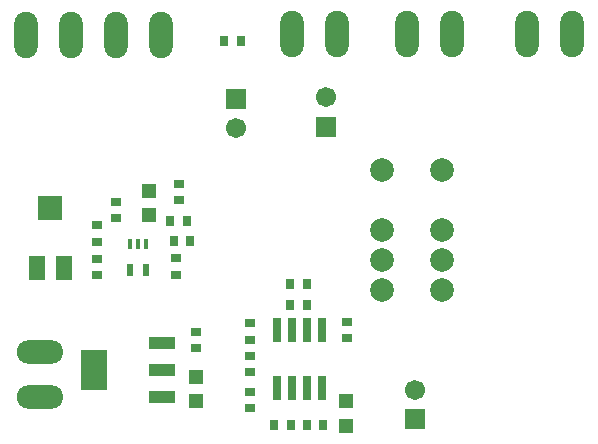
<source format=gts>
G04 #@! TF.GenerationSoftware,KiCad,Pcbnew,(5.1.0)-1*
G04 #@! TF.CreationDate,2019-06-02T09:38:51-04:00*
G04 #@! TF.ProjectId,SCH1110 - IO Module PCB,53434831-3131-4302-902d-20494f204d6f,-*
G04 #@! TF.SameCoordinates,Original*
G04 #@! TF.FileFunction,Soldermask,Top*
G04 #@! TF.FilePolarity,Negative*
%FSLAX46Y46*%
G04 Gerber Fmt 4.6, Leading zero omitted, Abs format (unit mm)*
G04 Created by KiCad (PCBNEW (5.1.0)-1) date 2019-06-02 09:38:51*
%MOMM*%
%LPD*%
G04 APERTURE LIST*
%ADD10C,2.006600*%
%ADD11R,0.450800X0.950800*%
%ADD12R,0.600000X1.100000*%
%ADD13O,3.911600X2.006600*%
%ADD14R,1.301600X1.301600*%
%ADD15C,1.701600*%
%ADD16R,1.701600X1.701600*%
%ADD17R,0.901600X0.701600*%
%ADD18O,2.006600X3.911600*%
%ADD19R,0.701600X0.901600*%
%ADD20R,1.401600X2.001600*%
%ADD21R,2.101600X2.001600*%
%ADD22R,0.701600X2.101600*%
%ADD23R,2.290000X1.090000*%
%ADD24R,2.251600X3.351600*%
G04 APERTURE END LIST*
D10*
X134239000Y-67691000D03*
X134239000Y-72771000D03*
X134239000Y-75311000D03*
X134239000Y-77851000D03*
X139319000Y-77851000D03*
X139319000Y-72771000D03*
X139319000Y-75311000D03*
X139319000Y-67691000D03*
D11*
X112968000Y-73896000D03*
X114268000Y-73896000D03*
X113618000Y-73896000D03*
D12*
X112968000Y-76096000D03*
X114268000Y-76096000D03*
D13*
X105283000Y-86868000D03*
X105283000Y-83058000D03*
D14*
X131191000Y-89315000D03*
X131191000Y-87215000D03*
D15*
X137033000Y-86273000D03*
D16*
X137033000Y-88773000D03*
X121920000Y-61635000D03*
D15*
X121920000Y-64135000D03*
D17*
X117094000Y-68831000D03*
X117094000Y-70231000D03*
D14*
X114554000Y-69401000D03*
X114554000Y-71501000D03*
D17*
X110109000Y-75181000D03*
X110109000Y-76581000D03*
D14*
X118491000Y-87249000D03*
X118491000Y-85149000D03*
D17*
X118491000Y-82742000D03*
X118491000Y-81342000D03*
X116840000Y-75119000D03*
X116840000Y-76519000D03*
X123063000Y-82045000D03*
X123063000Y-80645000D03*
D18*
X130429000Y-56134000D03*
X126619000Y-56134000D03*
X150368000Y-56134000D03*
X146558000Y-56134000D03*
X140208000Y-56134000D03*
X136398000Y-56134000D03*
X115570000Y-56261000D03*
X111760000Y-56261000D03*
X107950000Y-56261000D03*
X104140000Y-56261000D03*
D19*
X120901000Y-56769000D03*
X122301000Y-56769000D03*
X127889000Y-77343000D03*
X126489000Y-77343000D03*
D17*
X131318000Y-80518000D03*
X131318000Y-81918000D03*
D19*
X118048000Y-73660000D03*
X116648000Y-73660000D03*
X117732000Y-72009000D03*
X116332000Y-72009000D03*
D17*
X111760000Y-70358000D03*
X111760000Y-71758000D03*
X110109000Y-73725000D03*
X110109000Y-72325000D03*
X123063000Y-83374000D03*
X123063000Y-84774000D03*
X123063000Y-86422000D03*
X123063000Y-87822000D03*
D19*
X127886000Y-89281000D03*
X129286000Y-89281000D03*
X125157000Y-89281000D03*
X126557000Y-89281000D03*
D20*
X105022000Y-75966000D03*
D21*
X106172000Y-70866000D03*
D20*
X107322000Y-75966000D03*
D22*
X125349000Y-86143000D03*
X126619000Y-86143000D03*
X129159000Y-86143000D03*
X129159000Y-81243000D03*
X127889000Y-81243000D03*
X126619000Y-81243000D03*
X125349000Y-81243000D03*
X127889000Y-86143000D03*
D23*
X115676000Y-82303000D03*
X115676000Y-84603000D03*
X115676000Y-86903000D03*
D24*
X109876000Y-84603000D03*
D16*
X129540000Y-64008000D03*
D15*
X129540000Y-61508000D03*
D19*
X127889000Y-79121000D03*
X126489000Y-79121000D03*
M02*

</source>
